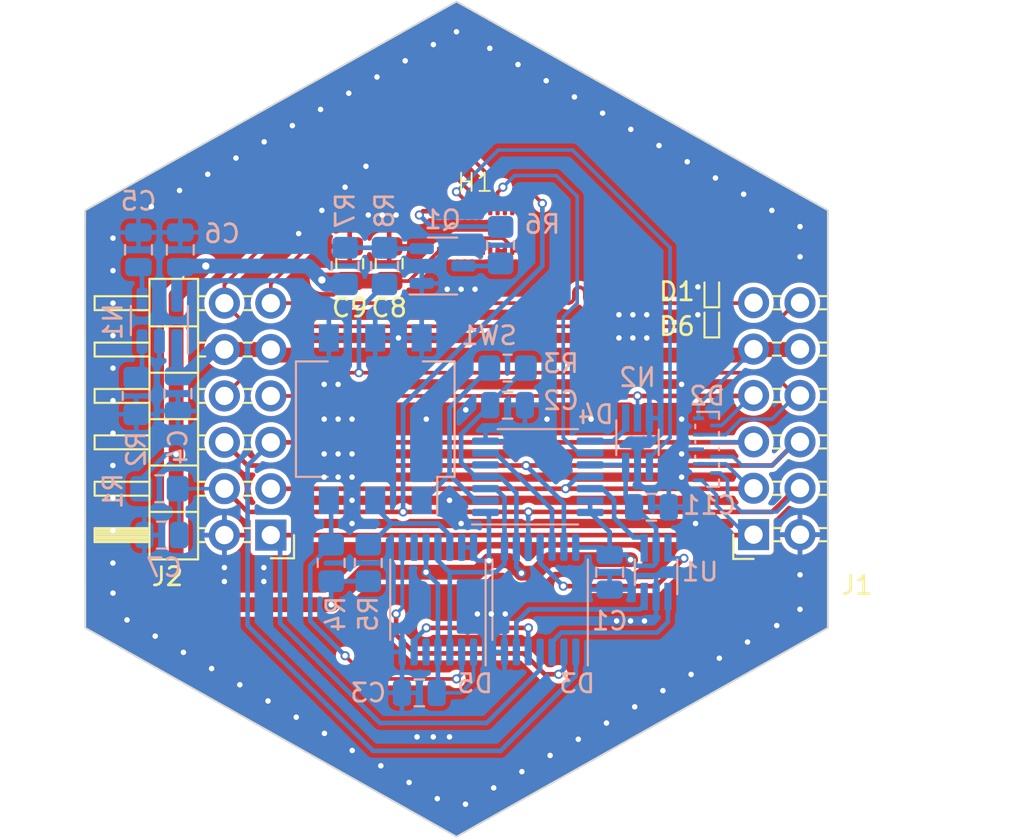
<source format=kicad_pcb>
(kicad_pcb (version 20221018) (generator pcbnew)
  (layers (0 "F.Cu" signal) (31 "B.Cu" signal) (34 "B.Paste" user) (35 "F.Paste" user) (36 "B.SilkS" user "B.Silkscreen") (37 "F.SilkS" user "F.Silkscreen") (38 "B.Mask" user) (39 "F.Mask" user) (44 "Edge.Cuts" user))
  (net 0 "")
  (net 1 "VCC")
  (net 2 "GND")
  (net 3 "+3V3")
  (net 4 "Net-(N1-BYP)")
  (net 5 "_RST_BUS")
  (net 6 "MOSI_BUS")
  (net 7 "SYN_BUS")
  (net 8 "CS0")
  (net 9 "CS1")
  (net 10 "CS2")
  (net 11 "BL_BUS")
  (net 12 "DC_BUS")
  (net 13 "Net-(D4A-~{Q})")
  (net 14 "Net-(D3-Pad6)")
  (net 15 "Net-(D5B-~{Q})")
  (net 16 "Net-(D3-Pad11)")
  (net 17 "Net-(D5A-~{Q})")
  (net 18 "Net-(D4A-D)")
  (net 19 "Net-(D4B-~{Q})")
  (net 20 "_CS")
  (net 21 "Net-(D4B-D)")
  (net 22 "Net-(D5A-D)")
  (net 25 "Net-(D5B-D)")
  (net 26 "SCL_BUS")
  (net 27 "LEDK")
  (net 28 "DC")
  (net 36 "Net-(Q1-B)")
  (net 37 "Net-(Q1-C)")
  (net 38 "Net-(N1-EN)")
  (net 39 "Net-(D3-Pad3)")
  (net 40 "Net-(D4A-C)")
  (footprint "Capacitor_SMD:C_0805_2012Metric" (layer "F.Cu") (at 136.017 81.661 90)
    (fp_text reference "C8")
    (fp_text value "100u")
  )
  (footprint "Connector_PinSocket_2.54mm:PinSocket_2x06_P2.54mm_Horizontal" (layer "F.Cu") (at 155.956 96.495 180)
    (fp_text reference "J1")
    (fp_text value "Conn_02x06_Counter_Clockwise")
  )
  (footprint "Diode_SMD:D_SOD-923" (layer "F.Cu") (at 153.67 83.185 90)
    (fp_text reference "D1")
    (fp_text value "ESD7351XV2T1G")
  )
  (footprint "Diode_SMD:D_SOD-923" (layer "F.Cu") (at 153.67 84.836 90)
    (fp_text reference "D6")
    (fp_text value "ESD7351XV2T1G")
  )
  (footprint "Display:ER_TFT128-2" (layer "F.Cu") (at 139.7 90.17)
    (fp_text reference "H1")
    (fp_text value "~")
  )
  (footprint "Connector_PinHeader_2.54mm:PinHeader_2x06_P2.54mm_Horizontal" (layer "F.Cu") (at 129.54 96.52 180)
    (fp_text reference "J2")
    (fp_text value "Conn_02x06_Counter_Clockwise")
  )
  (footprint "Capacitor_SMD:C_0805_2012Metric" (layer "F.Cu") (at 133.858 81.661 90)
    (fp_text reference "C9")
    (fp_text value "1u")
  )
  (footprint "Package_TO_SOT_SMD:SOT-363_SC-70-6_Handsoldering" (layer "B.Cu") (at 150.622 98.552 90)
    (fp_text reference "U1")
    (fp_text value "74LVC1G10")
  )
  (footprint "Capacitor_SMD:C_0805_2012Metric" (layer "B.Cu") (at 124.46 88.773 -90)
    (fp_text reference "C4")
    (fp_text value "100u")
  )
  (footprint "Package_SO:TSSOP-14_4.4x5mm_P0.65mm" (layer "B.Cu") (at 144.15 93.3265)
    (fp_text reference "D4")
    (fp_text value "74LVC74")
  )
  (footprint "Resistor_SMD:R_0805_2012Metric_Pad1.20x1.40mm_HandSolder" (layer "B.Cu") (at 135.763 81.788 90)
    (fp_text reference "R8")
    (fp_text value "1k")
  )
  (footprint "Resistor_SMD:R_0805_2012Metric_Pad1.20x1.40mm_HandSolder" (layer "B.Cu") (at 133.604 81.788 90)
    (fp_text reference "R7")
    (fp_text value "10k")
  )
  (footprint "Capacitor_SMD:C_0805_2012Metric" (layer "B.Cu") (at 124.587 80.899 90)
    (fp_text reference "C6")
    (fp_text value "1u")
  )
  (footprint "Package_TO_SOT_SMD:SOT-23-5" (layer "B.Cu") (at 123.444 84.7725 90)
    (fp_text reference "N1")
    (fp_text value "RT9193-33")
  )
  (footprint "Capacitor_SMD:C_0805_2012Metric" (layer "B.Cu") (at 142.494 89.408)
    (fp_text reference "C2")
    (fp_text value "100n")
  )
  (footprint "Package_TO_SOT_SMD:SOT-23-3" (layer "B.Cu") (at 138.938 81.788)
    (fp_text reference "Q1")
    (fp_text value "2N3904")
  )
  (footprint "Capacitor_SMD:C_0805_2012Metric" (layer "B.Cu") (at 148.082 98.552 -90)
    (fp_text reference "C1")
    (fp_text value "100n")
  )
  (footprint "Capacitor_SMD:C_0805_2012Metric" (layer "B.Cu") (at 122.301 80.899 90)
    (fp_text reference "C5")
    (fp_text value "22n")
  )
  (footprint "Button_Switch_SMD:SW_DIP_SPSTx03_Slide_Omron_A6S-310x_W8.9mm_P2.54mm" (layer "B.Cu") (at 135.255 90.17 90)
    (fp_text reference "SW1")
    (fp_text value "SW_DIP_x03")
  )
  (footprint "Resistor_SMD:R_0805_2012Metric_Pad1.20x1.40mm_HandSolder" (layer "B.Cu") (at 142.113 80.645 -90)
    (fp_text reference "R6")
    (fp_text value "10R")
  )
  (footprint "Package_SO:TSSOP-14_4.4x5mm_P0.65mm" (layer "B.Cu") (at 144.277 100.0575 90)
    (fp_text reference "D3")
    (fp_text value "74LVC86")
  )
  (footprint "Resistor_SMD:R_0805_2012Metric_Pad1.20x1.40mm_HandSolder" (layer "B.Cu") (at 122.174 88.9 -90)
    (fp_text reference "R2")
    (fp_text value "10k")
  )
  (footprint "Package_SO:TSSOP-14_4.4x5mm_P0.65mm" (layer "B.Cu") (at 138.684 100.0575 90)
    (fp_text reference "D5")
    (fp_text value "74LVC74")
  )
  (footprint "Capacitor_SMD:C_0805_2012Metric" (layer "B.Cu") (at 123.571 96.52 180)
    (fp_text reference "C7")
    (fp_text value "1u")
  )
  (footprint "Package_TO_SOT_SMD:SOT-353_SC-70-5_Handsoldering" (layer "B.Cu") (at 149.606 91.44 -90)
    (fp_text reference "N2")
    (fp_text value "74LVC1G126")
  )
  (footprint "Resistor_SMD:R_0805_2012Metric_Pad1.20x1.40mm_HandSolder" (layer "B.Cu") (at 134.874 98.044 -90)
    (fp_text reference "R4")
    (fp_text value "10k")
  )
  (footprint "Capacitor_SMD:C_0805_2012Metric" (layer "B.Cu") (at 150.368 94.996)
    (fp_text reference "C11")
    (fp_text value "220n")
  )
  (footprint "Capacitor_SMD:C_0805_2012Metric" (layer "B.Cu") (at 137.668 105.156 180)
    (fp_text reference "C3")
    (fp_text value "100n")
  )
  (footprint "Package_DFN_QFN:UDFN-9_1.0x3.8mm_P0.5mm" (layer "B.Cu") (at 153.416 91.821)
    (fp_text reference "D2")
    (fp_text value "DT1240A-08LP3810")
  )
  (footprint "Resistor_SMD:R_0805_2012Metric_Pad1.20x1.40mm_HandSolder" (layer "B.Cu") (at 142.494 87.376 180)
    (fp_text reference "R3")
    (fp_text value "10k")
  )
  (footprint "Resistor_SMD:R_0805_2012Metric_Pad1.20x1.40mm_HandSolder" (layer "B.Cu") (at 132.842 98.044 90)
    (fp_text reference "R5")
    (fp_text value "10k")
  )
  (footprint "Resistor_SMD:R_0805_2012Metric_Pad1.20x1.40mm_HandSolder" (layer "B.Cu") (at 123.444 93.98)
    (fp_text reference "R1")
    (fp_text value "10k")
  )
  (gr_poly (pts (xy 139.7 67.31) (xy 119.38 78.74) (xy 119.390182 101.6) (xy 139.7 113.03) (xy 160.02 101.6) (xy 160.02 78.74)) (stroke (width 0.1)) (fill none) (layer "Edge.Cuts"))
  (segment (start 142.25432 80.264) (end 142.75 80.75968) (width 0.2) (layer "F.Cu") (net 1))
  (segment (start 140.843 98.552) (end 141.478 97.917) (width 0.8128) (layer "F.Cu") (net 1))
  (segment (start 143.15 80.955) (end 143.15 78.785) (width 0.2) (layer "F.Cu") (net 1))
  (segment (start 139.15 80.76584) (end 139.65184 80.264) (width 0.2) (layer "F.Cu") (net 1))
  (segment (start 142.75 78.785) (end 143.15 78.785) (width 0.2) (layer "F.Cu") (net 1))
  (segment (start 132.842 100.33) (end 126.43 100.33) (width 0.8128) (layer "F.Cu") (net 1))
  (segment (start 132.842 100.33) (end 134.62 98.552) (width 0.8128) (layer "F.Cu") (net 1))
  (segment (start 142.5702 97.917) (end 143.256 98.6028) (width 0.8128) (layer "F.Cu") (net 1))
  (segment (start 133.797 82.55) (end 132.333964 82.55) (width 0.8128) (layer "F.Cu") (net 1))
  (segment (start 124.358396 92.1004) (end 124.3584 92.100404) (width 0.8128) (layer "F.Cu") (net 1))
  (segment (start 124.358396 83.413604) (end 124.358396 92.1004) (width 0.8128) (layer "F.Cu") (net 1))
  (segment (start 142.75 80.955) (end 143.15 80.955) (width 0.2) (layer "F.Cu") (net 1))
  (segment (start 144.754624 97.866176) (end 144.018 98.6028) (width 0.8128) (layer "F.Cu") (net 1))
  (segment (start 133.858 82.611) (end 136.017 82.611) (width 0.8128) (layer "F.Cu") (net 1))
  (segment (start 138.75 80.955) (end 137.094 82.611) (width 0.2) (layer "F.Cu") (net 1))
  (segment (start 139.15 80.955) (end 139.15 80.76584) (width 0.2) (layer "F.Cu") (net 1))
  (segment (start 138.75 80.955) (end 139.15 80.955) (width 0.2) (layer "F.Cu") (net 1))
  (segment (start 149.225 97.866176) (end 144.754624 97.866176) (width 0.8128) (layer "F.Cu") (net 1))
  (segment (start 137.094 82.611) (end 136.017 82.611) (width 0.2) (layer "F.Cu") (net 1))
  (segment (start 142.75 80.75968) (end 142.75 80.955) (width 0.2) (layer "F.Cu") (net 1))
  (segment (start 125.984 81.788) (end 124.358396 83.413604) (width 0.8128) (layer "F.Cu") (net 1))
  (segment (start 144.018 98.6028) (end 143.256 98.6028) (width 0.8128) (layer "F.Cu") (net 1))
  (segment (start 126.43 100.33) (end 124.3584 98.2584) (width 0.8128) (layer "F.Cu") (net 1))
  (segment (start 133.858 82.611) (end 133.797 82.55) (width 0.8128) (layer "F.Cu") (net 1))
  (segment (start 138.034 98.552) (end 140.843 98.552) (width 0.8128) (layer "F.Cu") (net 1))
  (segment (start 124.3584 98.2584) (end 124.3584 92.100404) (width 0.8128) (layer "F.Cu") (net 1))
  (segment (start 141.478 97.917) (end 142.5702 97.917) (width 0.8128) (layer "F.Cu") (net 1))
  (segment (start 139.65184 80.264) (end 142.25432 80.264) (width 0.2) (layer "F.Cu") (net 1))
  (segment (start 134.62 98.552) (end 138.034 98.552) (width 0.8128) (layer "F.Cu") (net 1))
  (via (at 132.842 100.33) (size 0.5) (drill 0.3) (layers "F.Cu" "B.Cu") (net 1))
  (via (at 124.3584 92.100404) (size 0.5) (drill 0.3) (layers "F.Cu" "B.Cu") (net 1))
  (via (at 143.256 98.6028) (size 0.5) (drill 0.3) (layers "F.Cu" "B.Cu") (net 1))
  (via (at 149.225 97.866176) (size 0.5) (drill 0.3) (layers "F.Cu" "B.Cu") (net 1))
  (via (at 132.333964 82.55) (size 0.8) (drill 0.4) (layers "F.Cu" "B.Cu") (net 1))
  (via (at 138.034 98.552) (size 0.5) (drill 0.3) (layers "F.Cu" "B.Cu") (net 1))
  (via (at 141.478 97.917) (size 0.5) (drill 0.3) (layers "F.Cu" "B.Cu") (net 1))
  (via (at 125.984 81.788) (size 0.8) (drill 0.4) (layers "F.Cu" "B.Cu") (net 1))
  (segment (start 150.467 98.199) (end 150.622 98.044) (width 0.254) (layer "B.Cu") (net 1))
  (segment (start 148.082 97.602) (end 148.960824 97.602) (width 0.254) (layer "B.Cu") (net 1))
  (segment (start 148.8625 92.6765) (end 148.956 92.77) (width 0.254) (layer "B.Cu") (net 1))
  (segment (start 141.478 97.917) (end 141.478 95.467) (width 0.254) (layer "B.Cu") (net 1))
  (segment (start 147.0125 92.6765) (end 148.8625 92.6765) (width 0.254) (layer "B.Cu") (net 1))
  (segment (start 142.0945 93.3265) (end 141.2875 93.3265) (width 0.254) (layer "B.Cu") (net 1))
  (segment (start 140.634 102.92) (end 140.634 104.476) (width 0.2) (layer "B.Cu") (net 1))
  (segment (start 138.684 102.92) (end 138.684 105.09) (width 0.254) (layer "B.Cu") (net 1))
  (segment (start 142.977 97.195) (end 142.977 94.209) (width 0.254) (layer "B.Cu") (net 1))
  (segment (start 140.634 97.195) (end 139.984 97.195) (width 0.254) (layer "B.Cu") (net 1))
  (segment (start 138.034 97.195) (end 138.034 98.552) (width 0.254) (layer "B.Cu") (net 1))
  (segment (start 124.394 83.635) (end 124.394 82.042) (width 0.6096) (layer "B.Cu") (net 1))
  (segment (start 149.225 97.866176) (end 149.557824 98.199) (width 0.254) (layer "B.Cu") (net 1))
  (segment (start 138.684 105.09) (end 138.618 105.156) (width 0.254) (layer "B.Cu") (net 1))
  (segment (start 141.544 89.408) (end 141.544 89.326) (width 0.254) (layer "B.Cu") (net 1))
  (segment (start 140.843 97.917) (end 141.478 97.917) (width 0.254) (layer "B.Cu") (net 1))
  (segment (start 149.557824 98.199) (end 150.467 98.199) (width 0.254) (layer "B.Cu") (net 1))
  (segment (start 143.3068 98.6028) (end 143.256 98.552) (width 0.254) (layer "B.Cu") (net 1))
  (segment (start 122.444 93.456) (end 123.799596 92.100404) (width 0.254) (layer "B.Cu") (net 1))
  (segment (start 148.082 97.602) (end 148.082 96.346) (width 0.254) (layer "B.Cu") (net 1))
  (segment (start 149.418 94.996) (end 148.956 94.534) (width 0.254) (layer "B.Cu") (net 1))
  (segment (start 143.256 98.552) (end 143.256 98.6028) (width 0.254) (layer "B.Cu") (net 1))
  (segment (start 141.478 95.467) (end 141.2875 95.2765) (width 0.254) (layer "B.Cu") (net 1))
  (segment (start 148.956 94.534) (end 148.956 92.77) (width 0.254) (layer "B.Cu") (net 1))
  (segment (start 150.622 97.222) (end 150.622 96.139) (width 0.254) (layer "B.Cu") (net 1))
  (segment (start 134.874 99.044) (end 132.842 99.044) (width 0.254) (layer "B.Cu") (net 1))
  (segment (start 139.954 92.542948) (end 140.737552 93.3265) (width 0.254) (layer "B.Cu") (net 1))
  (segment (start 132.333964 82.55) (end 131.571964 81.788) (width 0.8128) (layer "B.Cu") (net 1))
  (segment (start 150.622 98.044) (end 150.622 97.222) (width 0.254) (layer "B.Cu") (net 1))
  (segment (start 131.571964 81.788) (end 125.984 81.788) (width 0.8128) (layer "B.Cu") (net 1))
  (segment (start 140.634 97.195) (end 140.634 97.708) (width 0.254) (layer "B.Cu") (net 1))
  (segment (start 148.082 97.602) (end 147.675 97.195) (width 0.254) (layer "B.Cu") (net 1))
  (segment (start 124.394 82.042) (end 124.587 81.849) (width 0.6096) (layer "B.Cu") (net 1))
  (segment (start 147.675 97.195) (end 146.227 97.195) (width 0.254) (layer "B.Cu") (net 1))
  (segment (start 125.984 81.788) (end 124.648 81.788) (width 0.8128) (layer "B.Cu") (net 1))
  (segment (start 140.634 104.476) (end 139.954 105.156) (width 0.2) (layer "B.Cu") (net 1))
  (segment (start 150.622 96.139) (end 149.479 94.996) (width 0.254) (layer "B.Cu") (net 1))
  (segment (start 142.977 98.273) (end 143.256 98.552) (width 0.254) (layer "B.Cu") (net 1))
  (segment (start 142.977 94.209) (end 142.0945 93.3265) (width 0.254) (layer "B.Cu") (net 1))
  (segment (start 148.960824 97.602) (end 149.225 97.866176) (width 0.254) (layer "B.Cu") (net 1))
  (segment (start 132.842 99.044) (end 132.842 100.33) (width 0.254) (layer "B.Cu") (net 1))
  (segment (start 133.604 82.788) (end 132.571964 82.788) (width 0.8128) (layer "B.Cu") (net 1))
  (segment (start 124.648 81.788) (end 124.587 81.849) (width 0.8128) (layer "B.Cu") (net 1))
  (segment (start 140.737552 93.3265) (end 141.2875 93.3265) (width 0.254) (layer "B.Cu") (net 1))
  (segment (start 141.544 89.408) (end 139.954 90.998) (width 0.254) (layer "B.Cu") (net 1))
  (segment (start 122.444 93.98) (end 122.444 93.456) (width 0.254) (layer "B.Cu") (net 1))
  (segment (start 123.799596 92.100404) (end 124.3584 92.100404) (width 0.254) (layer "B.Cu") (net 1))
  (segment (start 147.0125 94.6265) (end 147.0125 95.2765) (width 0.254) (layer "B.Cu") (net 1))
  (segment (start 141.544 89.326) (end 143.494 87.376) (width 0.254) (layer "B.Cu") (net 1))
  (segment (start 138.034 98.552) (end 138.684 99.202) (width 0.254) (layer "B.Cu") (net 1))
  (segment (start 142.977 97.195) (end 142.977 98.273) (width 0.254) (layer "B.Cu") (net 1))
  (segment (start 139.954 105.156) (end 138.618 105.156) (width 0.2) (layer "B.Cu") (net 1))
  (segment (start 148.082 96.346) (end 147.0125 95.2765) (width 0.254) (layer "B.Cu") (net 1))
  (segment (start 139.954 90.998) (end 139.954 92.542948) (width 0.254) (layer "B.Cu") (net 1))
  (segment (start 149.479 94.996) (end 149.418 94.996) (width 0.254) (layer "B.Cu") (net 1))
  (segment (start 143.256 98.6028) (end 143.3068 98.6028) (width 0.254) (layer "B.Cu") (net 1))
  (segment (start 132.571964 82.788) (end 132.333964 82.55) (width 0.8128) (layer "B.Cu") (net 1))
  (segment (start 140.634 97.708) (end 140.843 97.917) (width 0.254) (layer "B.Cu") (net 1))
  (segment (start 138.684 99.202) (end 138.684 102.92) (width 0.254) (layer "B.Cu") (net 1))
  (segment (start 140.716 83.058) (end 141.95 81.824) (width 0.254) (layer "F.Cu") (net 2))
  (segment (start 138.98008 79.756) (end 139.55 79.18608) (width 0.2) (layer "F.Cu") (net 2))
  (segment (start 141.95 81.824) (end 141.95 80.955) (width 0.254) (layer "F.Cu") (net 2))
  (segment (start 153.074 82.765) (end 152.908 82.931) (width 0.254) (layer "F.Cu") (net 2))
  (segment (start 153.67 84.416) (end 152.947 84.416) (width 0.254) (layer "F.Cu") (net 2))
  (segment (start 136.398 78.994) (end 137.16 79.756) (width 0.2) (layer "F.Cu") (net 2))
  (segment (start 139.55 79.18608) (end 139.55 78.785) (width 0.2) (layer "F.Cu") (net 2))
  (segment (start 152.947 84.416) (end 152.908 84.455) (width 0.254) (layer "F.Cu") (net 2))
  (segment (start 142.35 80.955) (end 141.95 80.955) (width 0.2) (layer "F.Cu") (net 2))
  (segment (start 139.55 78.785) (end 139.95 78.785) (width 0.2) (layer "F.Cu") (net 2))
  (segment (start 153.67 82.765) (end 153.074 82.765) (width 0.254) (layer "F.Cu") (net 2))
  (segment (start 137.16 79.756) (end 138.98008 79.756) (width 0.2) (layer "F.Cu") (net 2))
  (via (at 120.904 85.598) (size 0.5) (drill 0.3) (layers "F.Cu" "B.Cu") (net 2))
  (via (at 126.301816 103.826682) (size 0.5) (drill 0.3) (layers "F.Cu" "B.Cu") (net 2))
  (via (at 136.892738 70.550537) (size 0.5) (drill 0.3) (layers "F.Cu" "B.Cu") (net 2))
  (via (at 137.106624 110.062559) (size 0.5) (drill 0.3) (layers "F.Cu" "B.Cu") (net 2))
  (via (at 158.5 81.28) (size 0.5) (drill 0.3) (layers "F.Cu" "B.Cu") (net 2))
  (via (at 138.65 110.95) (size 0.5) (drill 0.3) (layers "F.Cu" "B.Cu") (net 2))
  (via (at 150.783121 75.191794) (size 0.5) (drill 0.3) (layers "F.Cu" "B.Cu") (net 2))
  (via (at 143.27895 109.472742) (size 0.5) (drill 0.3) (layers "F.Cu" "B.Cu") (net 2))
  (via (at 140.192198 111.252) (size 0.5) (drill 0.3) (layers "F.Cu" "B.Cu") (net 2))
  (via (at 133.985 92.075) (size 0.5) (drill 0.3) (layers "F.Cu" "B.Cu") (net 2))
  (via (at 143.066241 70.754589) (size 0.5) (drill 0.3) (layers "F.Cu" "B.Cu") (net 2))
  (via (at 127 99.06) (size 0.5) (drill 0.3) (layers "F.Cu" "B.Cu") (net 2))
  (via (at 133.223 90.17) (size 0.5) (drill 0.3) (layers "F.Cu" "B.Cu") (net 2))
  (via (at 129.159 99.06) (size 0.5) (drill 0.3) (layers "F.Cu" "B.Cu") (net 2))
  (via (at 123.215064 102.0518) (size 0.5) (drill 0.3) (layers "F.Cu" "B.Cu") (net 2))
  (via (at 120.9 94.489497) (size 0.5) (drill 0.3) (layers "F.Cu" "B.Cu") (net 2))
  (via (at 147.696369 73.416912) (size 0.5) (drill 0.3) (layers "F.Cu" "B.Cu") (net 2))
  (via (at 139.954 83.058) (size 0.5) (drill 0.3) (layers "F.Cu" "B.Cu") (net 2))
  (via (at 120.904 87.378326) (size 0.5) (drill 0.3) (layers "F.Cu" "B.Cu") (net 2))
  (via (at 155.625957 102.373213) (size 0.5) (drill 0.3) (layers "F.Cu" "B.Cu") (net 2))
  (via (at 139.319 107.569) (size 0.5) (drill 0.3) (layers "F.Cu" "B.Cu") (net 2))
  (via (at 154.082581 103.260654) (size 0.5) (drill 0.3) (layers "F.Cu" "B.Cu") (net 2))
  (via (at 150.114 85.725) (size 0.5) (drill 0.3) (layers "F.Cu" "B.Cu") (net 2))
  (via (at 139.7 68.961) (size 0.5) (drill 0.3) (layers "F.Cu" "B.Cu") (net 2))
  (via (at 152.019 90.17) (size 0.5) (drill 0.3) (layers "F.Cu" "B.Cu") (net 2))
  (via (at 138.43 107.569) (size 0.5) (drill 0.3) (layers "F.Cu" "B.Cu") (net 2))
  (via (at 152.019 93.345) (size 0.5) (drill 0.3) (layers "F.Cu" "B.Cu") (net 2))
  (via (at 135.349362 71.437978) (size 0.5) (drill 0.3) (layers "F.Cu" "B.Cu") (net 2))
  (via (at 127 98.298) (size 0.5) (drill 0.3) (layers "F.Cu" "B.Cu") (net 2))
  (via (at 132.461 88.265) (size 0.5) (drill 0.3) (layers "F.Cu" "B.Cu") (net 2))
  (via (at 134.747 76.327) (size 0.5) (drill 0.3) (layers "F.Cu" "B.Cu") (net 2))
  (via (at 148.59 85.725) (size 0.5) (drill 0.3) (layers "F.Cu" "B.Cu") (net 2))
  (via (at 141.735574 110.360183) (size 0.5) (drill 0.3) (layers "F.Cu" "B.Cu") (net 2))
  (via (at 120.904 83.82) (size 0.5) (drill 0.3) (layers "F.Cu" "B.Cu") (net 2))
  (via (at 149.239745 74.304353) (size 0.5) (drill 0.3) (layers "F.Cu" "B.Cu") (net 2))
  (via (at 141.522866 69.867148) (size 0.5) (drill 0.3) (layers "F.Cu" "B.Cu") (net 2))
  (via (at 139.192 83.058) (size 0.5) (drill 0.3) (layers "F.Cu" "B.Cu") (net 2))
  (via (at 130.719234 74.100301) (size 0.5) (drill 0.3) (layers "F.Cu" "B.Cu") (net 2))
  (via (at 140.716 83.058) (size 0.5) (drill 0.3) (layers "F.Cu" "B.Cu") (net 2))
  (via (at 158.5 79.629) (size 0.5) (drill 0.3) (layers "F.Cu" "B.Cu") (net 2))
  (via (at 138.049 90.17) (size 0.5) (drill 0.3) (layers "F.Cu" "B.Cu") (net 2))
  (via (at 149.352 85.725) (size 0.5) (drill 0.3) (layers "F.Cu" "B.Cu") (net 2))
  (via (at 140.208 89.662) (size 0.5) (drill 0.3) (layers "F.Cu" "B.Cu") (net 2))
  (via (at 127.632483 75.875183) (size 0.5) (drill 0.3) (layers "F.Cu" "B.Cu") (net 2))
  (via (at 120.904 82.039674) (size 0.5) (drill 0.3) (layers "F.Cu" "B.Cu") (net 2))
  (via (at 149.987 101.219) (size 0.5) (drill 0.3) (layers "F.Cu" "B.Cu") (net 2))
  (via (at 129.159 98.298) (size 0.5) (drill 0.3) (layers "F.Cu" "B.Cu") (net 2))
  (via (at 152.908 84.455) (size 0.5) (drill 0.3) (layers "F.Cu" "B.Cu") (net 2))
  (via (at 152.019 88.265) (size 0.5) (drill 0.3) (layers "F.Cu" "B.Cu") (net 2))
  (via (at 123.002355 78.537507) (size 0.5) (drill 0.3) (layers "F.Cu" "B.Cu") (net 2))
  (via (at 129.388567 105.601564) (size 0.5) (drill 0.3) (layers "F.Cu" "B.Cu") (net 2))
  (via (at 140.843 100.838) (size 0.5) (drill 0.3) (layers "F.Cu" "B.Cu") (net 2))
  (via (at 133.223 88.265) (size 0.5) (drill 0.3) (layers "F.Cu" "B.Cu") (net 2))
  (via (at 148.463 101.219) (size 0.5) (drill 0.3) (layers "F.Cu" "B.Cu") (net 2))
  (via (at 120.904 90.938978) (size 0.5) (drill 0.3) (layers "F.Cu" "B.Cu") (net 2))
  (via (at 133.985 93.345) (size 0.5) (drill 0.3) (layers "F.Cu" "B.Cu") (net 2))
  (via (at 120.9 92.709171) (size 0.5) (drill 0.3) (layers "F.Cu" "B.Cu") (net 2))
  (via (at 141.605 100.838) (size 0.5) (drill 0.3) (layers "F.Cu" "B.Cu") (net 2))
  (via (at 132.461 90.17) (size 0.5) (drill 0.3) (layers "F.Cu" "B.Cu") (net 2))
  (via (at 131.064 80.01) (size 0.5) (drill 0.3) (layers "F.Cu" "B.Cu") (net 2))
  (via (at 134.874 78.994) (size 0.5) (drill 0.3) (layers "F.Cu" "B.Cu") (net 2))
  (via (at 138.436114 69.663096) (size 0.5) (drill 0.3) (layers "F.Cu" "B.Cu") (net 2))
  (via (at 120.904 80.259348) (size 0.5) (drill 0.3) (layers "F.Cu" "B.Cu") (net 2))
  (via (at 126.089107 76.762625) (size 0.5) (drill 0.3) (layers "F.Cu" "B.Cu") (net 2))
  (via (at 133.604 77.47) (size 0.5) (drill 0.3) (layers "F.Cu" "B.Cu") (net 2))
  (via (at 133.223 92.075) (size 0.5) (drill 0.3) (layers "F.Cu" "B.Cu") (net 2))
  (via (at 152.326496 76.079235) (size 0.5) (drill 0.3) (layers "F.Cu" "B.Cu") (net 2))
  (via (at 132.475319 107.376446) (size 0.5) (drill 0.3) (layers "F.Cu" "B.Cu") (net 2))
  (via (at 124.75844 102.939241) (size 0.5) (drill 0.3) (layers "F.Cu" "B.Cu") (net 2))
  (via (at 158.496 100.584) (size 0.5) (drill 0.3) (layers "F.Cu" "B.Cu") (net 2))
  (via (at 133.223 93.345) (size 0.5) (drill 0.3) (layers "F.Cu" "B.Cu") (net 2))
  (via (at 147.066 90.17) (size 0.5) (drill 0.3) (layers "F.Cu" "B.Cu") (net 2))
  (via (at 132.26261 73.21286) (size 0.5) (drill 0.3) (layers "F.Cu" "B.Cu") (net 2))
  (via (at 136.398 78.994) (size 0.5) (drill 0.3) (layers "F.Cu" "B.Cu") (net 2))
  (via (at 147.909078 106.810418) (size 0.5) (drill 0.3) (layers "F.Cu" "B.Cu") (net 2))
  (via (at 133.985 90.17) (size 0.5) (drill 0.3) (layers "F.Cu" "B.Cu") (net 2))
  (via (at 158.5 98.694947) (size 0.5) (drill 0.3) (layers "F.Cu" "B.Cu") (net 2))
  (via (at 133.994553 108.31123) (size 0.5) (drill 0.3) (layers "F.Cu" "B.Cu") (net 2))
  (via (at 135.562071 109.151329) (size 0.5) (drill 0.3) (layers "F.Cu" "B.Cu") (net 2))
  (via (at 150.114 84.455) (size 0.5) (drill 0.3) (layers "F.Cu" "B.Cu") (net 2))
  (via (at 144.609617 71.64203) (size 0.5) (drill 0.3) (layers "F.Cu" "B.Cu") (net 2))
  (via (at 124.545731 77.650066) (size 0.5) (drill 0.3) (layers "F.Cu" "B.Cu") (net 2))
  (via (at 137.541 107.569) (size 0.5) (drill 0.3) (layers "F.Cu" "B.Cu") (net 2))
  (via (at 139.954 95.885) (size 0.5) (drill 0.3) (layers "F.Cu" "B.Cu") (net 2))
  (via (at 152.019 92.075) (size 0.5) (drill 0.3) (layers "F.Cu" "B.Cu") (net 2))
  (via (at 155.413248 77.854118) (size 0.5) (drill 0.3) (layers "F.Cu" "B.Cu") (net 2))
  (via (at 132.334 78.74) (size 0.5) (drill 0.3) (layers "F.Cu" "B.Cu") (net 2))
  (via (at 150.995829 105.035536) (size 0.5) (drill 0.3) (layers "F.Cu" "B.Cu") (net 2))
  (via (at 121.671688 101.164359) (size 0.5) (drill 0.3) (layers "F.Cu" "B.Cu") (net 2))
  (via (at 152.908 82.931) (size 0.5) (drill 0.3) (layers "F.Cu" "B.Cu") (net 2))
  (via (at 152.781 95.885) (size 0.5) (drill 0.3) (layers "F.Cu" "B.Cu") (net 2))
  (via (at 148.59 84.455) (size 0.5) (drill 0.3) (layers "F.Cu" "B.Cu") (net 2))
  (via (at 133.805986 72.325419) (size 0.5) (drill 0.3) (layers "F.Cu" "B.Cu") (net 2))
  (via (at 157.226 101.473) (size 0.5) (drill 0.3) (layers "F.Cu" "B.Cu") (net 2))
  (via (at 146.365702 107.697859) (size 0.5) (drill 0.3) (layers "F.Cu" "B.Cu") (net 2))
  (via (at 127.845192 104.714123) (size 0.5) (drill 0.3) (layers "F.Cu" "B.Cu") (net 2))
  (via (at 132.461 92.075) (size 0.5) (drill 0.3) (layers "F.Cu" "B.Cu") (net 2))
  (via (at 144.822326 108.585301) (size 0.5) (drill 0.3) (layers "F.Cu" "B.Cu") (net 2))
  (via (at 135.636 78.994) (size 0.5) (drill 0.3) (layers "F.Cu" "B.Cu") (net 2))
  (via (at 130.931943 106.489005) (size 0.5) (drill 0.3) (layers "F.Cu" "B.Cu") (net 2))
  (via (at 133.985 95.885) (size 0.5) (drill 0.3) (layers "F.Cu" "B.Cu") (net 2))
  (via (at 149.225 101.219) (size 0.5) (drill 0.3) (layers "F.Cu" "B.Cu") (net 2))
  (via (at 146.152993 72.529471) (size 0.5) (drill 0.3) (layers "F.Cu" "B.Cu") (net 2))
  (via (at 149.352 84.455) (size 0.5) (drill 0.3) (layers "F.Cu" "B.Cu") (net 2))
  (via (at 136.525 85.725) (size 0.5) (drill 0.3) (layers "F.Cu" "B.Cu") (net 2))
  (via (at 149.452453 105.922977) (size 0.5) (drill 0.3) (layers "F.Cu" "B.Cu") (net 2))
  (via (at 142.367 100.838) (size 0.5) (drill 0.3) (layers "F.Cu" "B.Cu") (net 2))
  (via (at 152.539205 104.148095) (size 0.5) (drill 0.3) (layers "F.Cu" "B.Cu") (net 2))
  (via (at 156.956624 78.741559) (size 0.5) (drill 0.3) (layers "F.Cu" "B.Cu") (net 2))
  (via (at 120.904 99.695) (size 0.5) (drill 0.3) (layers "F.Cu" "B.Cu") (net 2))
  (via (at 133.985 94.615) (size 0.5) (drill 0.3) (layers "F.Cu" "B.Cu") (net 2))
  (via (at 153.869872 76.966677) (size 0.5) (drill 0.3) (layers "F.Cu" "B.Cu") (net 2))
  (via (at 129.175859 74.987742) (size 0.5) (drill 0.3) (layers "F.Cu" "B.Cu") (net 2))
  (via (at 144.653 90.17) (size 0.5) (drill 0.3) (layers "F.Cu" "B.Cu") (net 2))
  (via (at 120.9 98.050149) (size 0.5) (drill 0.3) (layers "F.Cu" "B.Cu") (net 2))
  (via (at 120.9 96.269823) (size 0.5) (drill 0.3) (layers "F.Cu" "B.Cu") (net 2))
  (via (at 132.461 93.345) (size 0.5) (drill 0.3) (layers "F.Cu" "B.Cu") (net 2))
  (via (at 139.319 94.615) (size 0.5) (drill 0.3) (layers "F.Cu" "B.Cu") (net 2))
  (via (at 120.904 89.158652) (size 0.5) (drill 0.3) (layers "F.Cu" "B.Cu") (net 2))
  (segment (start 152.019 92.075) (end 152.273 91.821) (width 0.2) (layer "B.Cu") (net 2))
  (segment (start 152.273 91.821) (end 152.941 91.821) (width 0.2) (layer "B.Cu") (net 2))
  (segment (start 155.956 86.36) (end 155.6512 86.6648) (width 0.8128) (layer "F.Cu") (net 3))
  (segment (start 158.242 86.36) (end 155.956 86.36) (width 0.8128) (layer "F.Cu") (net 3))
  (segment (start 129.8448 86.6648) (end 129.54 86.36) (width 0.8128) (layer "F.Cu") (net 3))
  (segment (start 127 86.36) (end 129.54 86.36) (width 0.8128) (layer "F.Cu") (net 3))
  (segment (start 155.6512 86.6648) (end 129.8448 86.6648) (width 0.8128) (layer "F.Cu") (net 3))
  (segment (start 124.46 87.823) (end 124.394 87.757) (width 0.6096) (layer "B.Cu") (net 3))
  (segment (start 124.394 87.757) (end 124.394 85.91) (width 0.6096) (layer "B.Cu") (net 3))
  (segment (start 155.702 86.614) (end 155.702 86.36) (width 0.2) (layer "B.Cu") (net 3))
  (segment (start 124.902 87.823) (end 124.46 87.823) (width 0.8128) (layer "B.Cu") (net 3))
  (segment (start 126.365 86.36) (end 124.902 87.823) (width 0.8128) (layer "B.Cu") (net 3))
  (segment (start 152.941 89.375) (end 155.702 86.614) (width 0.2) (layer "B.Cu") (net 3))
  (segment (start 152.941 90.121) (end 152.941 89.375) (width 0.2) (layer "B.Cu") (net 3))
  (segment (start 127 86.36) (end 126.365 86.36) (width 0.8128) (layer "B.Cu") (net 3))
  (segment (start 122.494 82.042) (end 122.301 81.849) (width 0.254) (layer "B.Cu") (net 4))
  (segment (start 122.494 83.635) (end 122.494 82.042) (width 0.254) (layer "B.Cu") (net 4))
  (segment (start 143.637004 95.25) (end 143.637 95.249996) (width 0.254) (layer "F.Cu") (net 5))
  (segment (start 142.35 78.376) (end 142.875 77.851) (width 0.2) (layer "F.Cu") (net 5))
  (segment (start 127 93.98) (end 128.27 95.25) (width 0.254) (layer "F.Cu") (net 5))
  (segment (start 143.891002 77.851) (end 144.399001 78.358999) (width 0.2) (layer "F.Cu") (net 5))
  (segment (start 142.35 78.785) (end 142.35 78.376) (width 0.2) (layer "F.Cu") (net 5))
  (segment (start 143.764 95.25) (end 143.637004 95.25) (width 0.254) (layer "F.Cu") (net 5))
  (segment (start 158.242 93.98) (end 156.972 95.25) (width 0.254) (layer "F.Cu") (net 5))
  (segment (start 128.27 95.25) (end 136.778998 95.25) (width 0.254) (layer "F.Cu") (net 5))
  (segment (start 142.875 77.851) (end 143.891002 77.851) (width 0.2) (layer "F.Cu") (net 5))
  (segment (start 143.636996 95.25) (end 143.637 95.249996) (width 0.254) (layer "F.Cu") (net 5))
  (segment (start 156.972 95.25) (end 143.764 95.25) (width 0.254) (layer "F.Cu") (net 5))
  (segment (start 136.778998 95.25) (end 143.636996 95.25) (width 0.254) (layer "F.Cu") (net 5))
  (via (at 144.399 78.359) (size 0.5) (drill 0.3) (layers "F.Cu" "B.Cu") (net 5))
  (via (at 143.637 95.249996) (size 0.5) (drill 0.3) (layers "F.Cu" "B.Cu") (net 5))
  (via (at 136.778998 95.25) (size 0.5) (drill 0.3) (layers "F.Cu" "B.Cu") (net 5))
  (segment (start 154.5336 93.5228) (end 154.1318 93.121) (width 0.2) (layer "B.Cu") (net 5))
  (segment (start 155.2956 95.25) (end 154.5336 94.488) (width 0.2) (layer "B.Cu") (net 5))
  (segment (start 144.399002 78.359) (end 144.399 78.359) (width 0.254) (layer "B.Cu") (net 5))
  (segment (start 158.115 94.361) (end 157.226 95.25) (width 0.2) (layer "B.Cu") (net 5))
  (segment (start 144.399001 78.358999) (end 144.399002 78.359) (width 0.254) (layer "B.Cu") (net 5))
  (segment (start 158.115 93.98) (end 158.115 94.361) (width 0.2) (layer "B.Cu") (net 5))
  (segment (start 157.226 95.25) (end 155.2956 95.25) (width 0.2) (layer "B.Cu") (net 5))
  (segment (start 136.778998 89.408002) (end 136.778998 95.25) (width 0.254) (layer "B.Cu") (net 5))
  (segment (start 124.521 94.057) (end 124.444 93.98) (width 0.2) (layer "B.Cu") (net 5))
  (segment (start 124.444 93.98) (end 127 93.98) (width 0.2) (layer "B.Cu") (net 5))
  (segment (start 154.5336 94.488) (end 154.5336 93.5228) (width 0.2) (layer "B.Cu") (net 5))
  (segment (start 154.1318 93.121) (end 153.891 93.121) (width 0.2) (layer "B.Cu") (net 5))
  (segment (start 143.627 95.259996) (end 143.637 95.249996) (width 0.254) (layer "B.Cu") (net 5))
  (segment (start 143.627 97.195) (end 143.627 95.259996) (width 0.254) (layer "B.Cu") (net 5))
  (segment (start 144.399 81.788) (end 136.778998 89.408002) (width 0.254) (layer "B.Cu") (net 5))
  (segment (start 144.399 78.359) (end 144.399 81.788) (width 0.254) (layer "B.Cu") (net 5))
  (segment (start 124.521 96.52) (end 124.521 94.057) (width 0.2) (layer "B.Cu") (net 5))
  (segment (start 149.122 83.52) (end 149.122 83.253327) (width 0.2) (layer "F.Cu") (net 6))
  (segment (start 146.722 83.52) (end 146.722 83.253327) (width 0.2) (layer "F.Cu") (net 6))
  (segment (start 138.017 77.273009) (end 138.017 76.650991) (width 0.2) (layer "F.Cu") (net 6))
  (segment (start 139.017 76.712) (end 139.017 76.650991) (width 0.2) (layer "F.Cu") (net 6))
  (segment (start 135.348 76.962) (end 129.54 82.77) (width 0.2) (layer "F.Cu") (net 6))
  (segment (start 139.7 76.962) (end 139.267 76.962) (width 0.2) (layer "F.Cu") (net 6))
  (segment (start 141.643834 83.82) (end 129.54 83.82) (width 0.2) (layer "F.Cu") (net 6))
  (segment (start 148.522 83.253327) (end 148.522 83.52) (width 0.2) (layer "F.Cu") (net 6))
  (segment (start 147.322 83.253327) (end 147.322 83.52) (width 0.2) (layer "F.Cu") (net 6))
  (segment (start 140.75 78.785) (end 140.75 78.012) (width 0.2) (layer "F.Cu") (net 6))
  (segment (start 153.67 83.605) (end 153.885 83.82) (width 0.2) (layer "F.Cu") (net 6))
  (segment (start 140.75 78.012) (end 139.7 76.962) (width 0.2) (layer "F.Cu") (net 6))
  (segment (start 153.67 83.605) (end 153.455 83.82) (width 0.2) (layer "F.Cu") (net 6))
  (segment (start 153.885 83.82) (end 155.702 83.82) (width 0.2) (layer "F.Cu") (net 6))
  (segment (start 146.122 83.253327) (end 146.122 83.52) (width 0.2) (layer "F.Cu") (net 6))
  (segment (start 138.517 76.650991) (end 138.517 77.273009) (width 0.2) (layer "F.Cu") (net 6))
  (segment (start 129.54 82.77) (end 129.54 83.82) (width 0.2) (layer "F.Cu") (net 6))
  (segment (start 135.767 76.962) (end 135.348 76.962) (width 0.2) (layer "F.Cu") (net 6))
  (segment (start 137.017 77.273009) (end 137.017 76.650966) (width 0.2) (layer "F.Cu") (net 6))
  (segment (start 147.922 83.52) (end 147.922 83.253327) (width 0.2) (layer "F.Cu") (net 6))
  (segment (start 153.455 83.82) (end 150.622 83.82) (width 0.2) (layer "F.Cu") (net 6))
  (segment (start 145.522 83.52) (end 145.522 83.253327) (width 0.2) (layer "F.Cu") (net 6))
  (segment (start 136.517 76.650966) (end 136.517 77.273009) (width 0.2) (layer "F.Cu") (net 6))
  (segment (start 136.017 77.273009) (end 136.017 77.212) (width 0.2) (layer "F.Cu") (net 6))
  (segment (start 144.922 83.253327) (end 144.922 83.52) (width 0.2) (layer "F.Cu") (net 6))
  (segment (start 149.722 83.253327) (end 149.722 83.52) (width 0.2) (layer "F.Cu") (net 6))
  (segment (start 144.622 83.82) (end 141.643834 83.82) (width 0.2) (layer "F.Cu") (net 6))
  (segment (start 137.517 76.650991) (end 137.517 77.273009) (width 0.2) (layer "F.Cu") (net 6))
  (segment (start 150.322 83.52) (end 150.322 83.253327) (width 0.2) (layer "F.Cu") (net 6))
  (arc (start 137.017 76.650966) (mid 136.943777 76.474189) (end 136.767 76.400966) (width 0.2) (layer "F.Cu") (net 6))
  (arc (start 148.822 82.953327) (mid 148.609868 83.041195) (end 148.522 83.253327) (width 0.2) (layer "F.Cu") (net 6))
  (arc (start 147.622 82.953327) (mid 147.409868 83.041195) (end 147.322 83.253327) (width 0.2) (layer "F.Cu") (net 6))
  (arc (start 149.122 83.253327) (mid 149.034132 83.041195) (end 148.822 82.953327) (width 0.2) (layer "F.Cu") (net 6))
  (arc (start 149.722 83.52) (mid 149.634132 83.732132) (end 149.422 83.82) (width 0.2) (layer "F.Cu") (net 6))
  (arc (start 147.322 83.52) (mid 147.234132 83.732132) (end 147.022 83.82) (width 0.2) (layer "F.Cu") (net 6))
  (arc (start 146.722 83.253327) (mid 146.634132 83.041195) (end 146.422 82.953327) (width 0.2) (layer "F.Cu") (net 6))
  (arc (start 138.517 77.273009) (mid 138.443777 77.449786) (end 138.267 77.523009) (width 0.2) (layer "F.Cu") (net 6))
  (arc (start 136.517 77.273009) (mid 136.443777 77.449786) (end 136.267 77.523009) (width 0.2) (layer "F.Cu") (net 6))
  (arc (start 138.767 76.400991) (mid 138.590223 76.474214) (end 138.517 76.650991) (width 0.2) (layer "F.Cu") (net 6))
  (arc (start 139.017 76.650991) (mid 138.943777 76.474214) (end 138.767 76.400991) (width 0.2) (layer "F.Cu") (net 6))
  (arc (start 137.767 76.400991) (mid 137.590223 76.474214) (end 137.517 76.650991) (width 0.2) (layer "F.Cu") (net 6))
  (arc (start 136.767 76.400966) (mid 136.590223 76.474189) (end 136.517 76.650966) (width 0.2) (layer "F.Cu") (net 6))
  (arc (start 148.222 83.82) (mid 148.009868 83.732132) (end 147.922 83.52) (width 0.2) (layer "F.Cu") (net 6))
  (arc (start 146.422 82.953327) (mid 146.209868 83.041195) (end 146.122 83.253327) (width 0.2) (layer "F.Cu") (net 6))
  (arc (start 150.622 83.82) (mid 150.409868 83.732132) (end 150.322 83.52) (width 0.2) (layer "F.Cu") (net 6))
  (arc (start 147.922 83.253327) (mid 147.834132 83.041195) (end 147.622 82.953327) (width 0.2) (layer "F.Cu") (net 6))
  (arc (start 145.822 83.82) (mid 145.609868 83.732132) (end 145.522 83.52) (width 0.2) (layer "F.Cu") (net 6))
  (arc (start 137.517 77.273009) (mid 137.443777 77.449786) (end 137.267 77.523009) (width 0.2) (layer "F.Cu") (net 6))
  (arc (start 148.522 83.52) (mid 148.434132 83.732132) (end 148.222 83.82) (width 0.2) (layer "F.Cu") (net 6))
  (arc (start 136.017 77.212) (mid 135.943777 77.035223) (end 135.767 76.962) (width 0.2) (layer "F.Cu") (net 6))
  (arc (start 150.022 82.953327) (mid 149.809868 83.041195) (end 149.722 83.253327) (width 0.2) (layer "F.Cu") (net 6))
  (arc (start 145.522 83.253327) (mid 145.434132 83.041195) (end 145.222 82.953327) (width 0.2) (layer "F.Cu") (net 6))
  (arc (start 144.922 83.52) (mid 144.834132 83.732132) (end 144.622 83.82) (width 0.2) (layer "F.Cu") (net 6))
  (arc (start 149.422 83.82) (mid 149.209868 83.732132) (end 149.122 83.52) (width 0.2) (layer "F.Cu") (net 6))
  (arc (start 145.222 82.953327) (mid 145.009868 83.041195) (end 144.922 83.253327) (width 0.2) (layer "F.Cu") (net 6))
  (arc (start 147.022 83.82) (mid 146.809868 83.732132) (end 146.722 83.52) (width 0.2) (layer "F.Cu") (net 6))
  (arc (start 136.267 77.523009) (mid 136.090223 77.449786) (end 136.017 77.273009) (width 0.2) (layer "F.Cu") (net 6))
  (arc (start 150.322 83.253327) (mid 150.234132 83.041195) (end 150.022 82.953327) (width 0.2) (layer "F.Cu") (net 6))
  (arc (start 139.267 76.962) (mid 139.090223 76.888777) (end 139.017 76.712) (width 0.2) (layer "F.Cu") (net 6))
  (arc (start 138.267 77.523009) (mid 138.090223 77.449786) (end 138.017 77.273009) (width 0.2) (layer "F.Cu") (net 6))
  (arc (start 138.017 76.650991) (mid 137.943777 76.474214) (end 137.767 76.400991) (width 0.2) (layer "F.Cu") (net 6))
  (arc (start 137.267 77.523009) (mid 137.090223 77.449786) (end 137.017 77.273009) (width 0.2) (layer "F.Cu") (net 6))
  (arc (start 146.122 83.52) (mid 146.034132 83.732132) (end 145.822 83.82) (width 0.2) (layer "F.Cu") (net 6))
  (segment (start 145.669004 93.98) (end 145.669 93.979996) (width 0.254) (layer "F.Cu") (net 7))
  (segment (start 155.702 93.98) (end 145.669004 93.98) (width 0.254) (layer "F.Cu") (net 7))
  (segment (start 145.668996 93.98) (end 129.54 93.98) (width 0.254) (layer "F.Cu") (net 7))
  (segment (start 145.669 93.979996) (end 145.668996 93.98) (width 0.254) (layer "F.Cu") (net 7))
  (via (at 145.669 93.979996) (size 0.5) (drill 0.3) (layers "F.Cu" "B.Cu") (net 7))
  (segment (start 152.941 92.621) (end 154.4446 92.621) (width 0.2) (layer "B.Cu") (net 7))
  (segment (start 146.322496 93.3265) (end 147.0125 93.3265) (width 0.254) (layer "B.Cu") (net 7))
  (segment (start 155.702 93.8784) (end 155.702 93.98) (width 0.2) (layer "B.Cu") (net 7))
  (segment (start 154.4446 92.621) (end 155.702 93.8784) (width 0.2) (layer "B.Cu") (net 7))
  (segment (start 145.669 93.979996) (end 146.322496 93.3265) (width 0.254) (layer "B.Cu") (net 7))
  (segment (start 156.972 92.71) (end 158.242 91.44) (width 0.254) (layer "F.Cu") (net 8))
  (segment (start 143.51 92.71) (end 156.972 92.71) (width 0.254) (layer "F.Cu") (net 8))
  (segment (start 128.27 92.71) (end 143.51 92.71) (width 0.254) (layer "F.Cu") (net 8))
  (segment (start 127 91.44) (end 128.27 92.71) (width 0.254) (layer "F.Cu") (net 8))
  (via (at 143.51 92.71) (size 0.5) (drill 0.3) (layers "F.Cu" "B.Cu") (net 8))
  (segment (start 153.891 92.221) (end 154.832 92.221) (width 0.2) (layer "B.Cu") (net 8))
  (segment (start 155.321 92.71) (end 156.972 92.71) (width 0.2) (layer "B.Cu") (net 8))
  (segment (start 145.577 97.195) (end 145.577 94.777) (width 0.254) (layer "B.Cu") (net 8))
  (segment (start 145.577 94.777) (end 143.51 92.71) (width 0.254) (layer "B.Cu") (net 8))
  (segment (start 156.972 92.71) (end 158.242 91.44) (width 0.2) (layer "B.Cu") (net 8))
  (segment (start 154.832 92.221) (end 155.321 92.71) (width 0.2) (layer "B.Cu") (net 8))
  (segment (start 129.54 91.44) (end 155.702 91.44) (width 0.254) (layer "F.Cu") (net 9))
  (segment (start 128.27 101.47) (end 135.131 108.331) (width 0.254) (layer "B.Cu") (net 9))
  (segment (start 129.54 91.44) (end 128.27 92.71) (width 0.254) (layer "B.Cu") (net 9))
  (segment (start 155.683 91.421) (end 155.702 91.44) (width 0.2) (layer "B.Cu") (net 9))
  (segment (start 128.27 92.71) (end 128.27 101.47) (width 0.254) (layer "B.Cu") (net 9))
  (segment (start 135.131 108.331) (end 142.113 108.331) (width 0.254) (layer "B.Cu") (net 9))
  (segment (start 153.891 91.421) (end 155.683 91.421) (width 0.2) (layer "B.Cu") (net 9))
  (segment (start 146.227 104.217) (end 146.227 102.92) (width 0.254) (layer "B.Cu") (net 9))
  (segment (start 142.113 108.331) (end 146.227 104.217) (width 0.254) (layer "B.Cu") (net 9))
  (segment (start 129.54 96.52) (end 155.702 96.52) (width 0.254) (layer "F.Cu") (net 10))
  (segment (start 152.941 93.521) (end 153.1268 93.521) (width 0.2) (layer "B.Cu") (net 10))
  (segment (start 153.924 94.8944) (end 155.5496 96.52) (width 0.2) (layer "B.Cu") (net 10))
  (segment (start 153.1268 93.521) (end 153.924 94.3182) (width 0.2) (layer "B.Cu") (net 10))
  (segment (start 144.277 103.881) (end 144.277 102.92) (width 0.254) (layer "B.Cu") (net 10))
  (segment (start 130.048 97.028) (end 130.048 101.346) (width 0.254) (layer "B.Cu") (net 10))
  (segment (start 155.5496 96.52) (end 155.702 96.52) (width 0.2) (layer "B.Cu") (net 10))
  (segment (start 135.509 106.807) (end 141.351 106.807) (width 0.254) (layer "B.Cu") (net 10))
  (segment (start 141.351 106.807) (end 144.277 103.881) (width 0.254) (layer "B.Cu") (net 10))
  (segment (start 129.54 96.52) (end 130.048 97.028) (width 0.254) (layer "B.Cu") (net 10))
  (segment (start 153.924 94.3182) (end 153.924 94.8944) (width 0.2) (layer "B.Cu") (net 10))
  (segment (start 130.048 101.346) (end 135.509 106.807) (width 0.254) (layer "B.Cu") (net 10))
  (segment (start 156.972 87.63) (end 128.27 87.63) (width 0.2) (layer "F.Cu") (net 11))
  (segment (start 158.242 88.9) (end 156.972 87.63) (width 0.2) (layer "F.Cu") (net 11))
  (segment (start 128.27 87.63) (end 127 88.9) (width 0.2) (layer "F.Cu") (net 11))
  (via (at 134.366 87.63) (size 0.5) (drill 0.3) (layers "F.Cu" "B.Cu") (net 11))
  (segment (start 152.941 91.021) (end 154.4319 91.021) (width 0.2) (layer "B.Cu") (net 11))
  (segment (start 155.2829 90.17) (end 156.972 90.17) (width 0.2) (layer "B.Cu") (net 11))
  (segment (start 154.4319 91.021) (end 155.2829 90.17) (width 0.2) (layer "B.Cu") (net 11))
  (segment (start 135.763 82.788) (end 134.366 84.185) (width 0.254) (layer "B.Cu") (net 11))
  (segment (start 156.972 90.17) (end 158.242 88.9) (width 0.2) (layer "B.Cu") (net 11))
  (segment (start 134.366 84.185) (end 134.366 87.63) (width 0.254) (layer "B.Cu") (net 11))
  (segment (start 129.54 88.9) (end 149.606 88.9) (width 0.2) (layer "F.Cu") (net 12))
  (segment (start 155.702 88.9) (end 149.606 88.9) (width 0.254) (layer "F.Cu") (net 12))
  (via (at 149.606 88.9) (size 0.5) (drill 0.3) (layers "F.Cu" "B.Cu") (net 12))
  (segment (start 153.891 90.521) (end 154.208 90.521) (width 0.2) (layer "B.Cu") (net 12))
  (segment (start 149.606 88.9) (end 149.606 90.11) (width 0.2) (layer "B.Cu") (net 12))
  (segment (start 155.702 89.027) (end 155.702 88.9) (width 0.2) (layer "B.Cu") (net 12))
  (segment (start 154.208 90.521) (end 155.702 89.027) (width 0.2) (layer "B.Cu") (net 12))
  (segment (start 141.837448 92.0265) (end 141.2875 92.0265) (width 0.254) (layer "B.Cu") (net 13))
  (segment (start 144.927 95.116052) (end 141.837448 92.0265) (width 0.254) (layer "B.Cu") (net 13))
  (segment (start 144.927 97.195) (end 144.927 95.116052) (width 0.254) (layer "B.Cu") (net 13))
  (segment (start 149.733 100.584) (end 149.972 100.345) (width 0.254) (layer "B.Cu") (net 14))
  (segment (start 142.977 101.284469) (end 143.677469 100.584) (width 0.254) (layer "B.Cu") (net 14))
  (segment (start 142.977 102.92) (end 142.977 101.284469) (width 0.254) (layer "B.Cu") (net 14))
  (segment (start 143.677469 100.584) (end 149.733 100.584) (width 0.254) (layer "B.Cu") (net 14))
  (segment (start 149.972 100.345) (end 149.972 99.882) (width 0.254) (layer "B.Cu") (net 14))
  (segment (start 137.414 102.997) (end 136.398 101.981) (width 0.254) (layer "F.Cu") (net 15))
  (segment (start 143.383 102.997) (end 137.414 102.997) (width 0.254) (layer "F.Cu") (net 15))
  (segment (start 136.398 101.981) (end 136.398 100.838) (width 0.254) (layer "F.Cu") (net 15))
  (segment (start 145.288 104.14) (end 144.526 104.14) (width 0.254) (layer "F.Cu") (net 15))
  (segment (start 144.526 104.14) (end 143.383 102.997) (width 0.254) (layer "F.Cu") (net 15))
  (via (at 145.288 104.14) (size 0.5) (drill 0.3) (layers "F.Cu" "B.Cu") (net 15))
  (via (at 136.398 100.838) (size 0.5) (drill 0.3) (layers "F.Cu" "B.Cu") (net 15))
  (segment (start 145.577 103.851) (end 145.288 104.14) (width 0.254) (layer "B.Cu") (net 15))
  (segment (start 136.734 100.502) (end 136.398 100.838) (width 0.2) (layer "B.Cu") (net 15))
  (segment (start 145.577 102.92) (end 145.577 103.851) (width 0.254) (layer "B.Cu") (net 15))
  (segment (start 136.734 97.195) (end 136.734 100.502) (width 0.2) (layer "B.Cu") (net 15))
  (segment (start 145.542 99.314) (end 150.622 99.314) (width 0.254) (layer "F.Cu") (net 16))
  (segment (start 150.622 99.314) (end 152.146 97.79) (width 0.254) (layer "F.Cu") (net 16))
  (via (at 152.146 97.79) (size 0.5) (drill 0.3) (layers "F.Cu" "B.Cu") (net 16))
  (via (at 145.542 99.314) (size 0.5) (drill 0.3) (layers "F.Cu" "B.Cu") (net 16))
  (segment (start 151.272 97.678) (end 151.272 97.222) (width 0.254) (layer "B.Cu") (net 16))
  (segment (start 151.384 97.79) (end 151.272 97.678) (width 0.254) (layer "B.Cu") (net 16))
  (segment (start 144.277 98.049) (end 145.542 99.314) (width 0.254) (layer "B.Cu") (net 16))
  (segment (start 144.277 97.195) (end 144.277 98.049) (width 0.254) (layer "B.Cu") (net 16))
  (segment (start 152.146 97.79) (end 151.384 97.79) (width 0.254) (layer "B.Cu") (net 16))
  (segment (start 143.637 101.6) (end 138.049 101.6) (width 0.254) (layer "F.Cu") (net 17))
  (via (at 143.637 101.6) (size 0.5) (drill 0.3) (layers "F.Cu" "B.Cu") (net 17))
  (via (at 138.049 101.6) (size 0.5) (drill 0.3) (layers "F.Cu" "B.Cu") (net 17))
  (segment (start 137.384 102.265) (end 138.049 101.6) (width 0.254) (layer "B.Cu") (net 17))
  (segment (start 137.384 102.92) (end 137.384 102.265) (width 0.254) (layer "B.Cu") (net 17))
  (segment (start 143.627 102.92) (end 143.627 101.61) (width 0.254) (layer "B.Cu") (net 17))
  (segment (start 143.627 101.61) (end 143.637 101.6) (width 0.254) (layer "B.Cu") (net 17))
  (segment (start 140.737552 94.6265) (end 141.2875 94.6265) (width 0.254) (layer "B.Cu") (net 18))
  (segment (start 139.319 93.207948) (end 139.319 89.551) (width 0.254) (layer "B.Cu") (net 18))
  (segment (start 139.319 93.207948) (end 140.737552 94.6265) (width 0.254) (layer "B.Cu") (net 18))
  (segment (start 137.795 94.62) (end 137.906948 94.62) (width 0.254) (layer "B.Cu") (net 18))
  (segment (start 137.906948 94.62) (end 139.319 93.207948) (width 0.254) (layer "B.Cu") (net 18))
  (segment (start 139.319 89.551) (end 141.494 87.376) (width 0.254) (layer "B.Cu") (net 18))
  (segment (start 148.2725 91.3765) (end 148.956 90.693) (width 0.254) (layer "B.Cu") (net 19))
  (segment (start 148.956 90.693) (end 148.956 90.11) (width 0.254) (layer "B.Cu") (net 19))
  (segment (start 147.0125 91.3765) (end 148.2725 91.3765) (width 0.254) (layer "B.Cu") (net 19))
  (segment (start 141.95 78.785) (end 141.95 77.76) (width 0.2) (layer "F.Cu") (net 20))
  (segment (start 141.95 77.76) (end 142.24 77.47) (width 0.2) (layer "F.Cu") (net 20))
  (via (at 142.24 77.47) (size 0.5) (drill 0.3) (layers "F.Cu" "B.Cu") (net 20))
  (segment (start 145.542 84.582) (end 146.304 83.82) (width 0.2) (layer "B.Cu") (net 20))
  (segment (start 146.304 77.978) (end 145.161 76.835) (width 0.2) (layer "B.Cu") (net 20))
  (segment (start 145.542 91.186) (end 145.542 84.582) (width 0.2) (layer "B.Cu") (net 20))
  (segment (start 147.0125 92.0265) (end 146.3825 92.0265) (width 0.2) (layer "B.Cu") (net 20))
  (segment (start 146.3825 92.0265) (end 145.542 91.186) (width 0.2) (layer "B.Cu") (net 20))
  (segment (start 142.875004 76.835) (end 142.240004 77.47) (width 0.2) (layer "B.Cu") (net 20))
  (segment (start 145.161 76.835) (end 142.875004 76.835) (width 0.2) (layer "B.Cu") (net 20))
  (segment (start 146.304 83.82) (end 146.304 77.978) (width 0.2) (layer "B.Cu") (net 20))
  (segment (start 147.693474 93.9765) (end 147.0125 93.9765) (width 0.254) (layer "B.Cu") (net 21))
  (segment (start 149.86 96.647) (end 149.397 96.647) (width 0.254) (layer "B.Cu") (net 21))
  (segment (start 148.326 94.609026) (end 147.693474 93.9765) (width 0.254) (layer "B.Cu") (net 21))
  (segment (start 149.972 97.222) (end 149.972 96.759) (width 0.254) (layer "B.Cu") (net 21))
  (segment (start 149.972 96.759) (end 149.86 96.647) (width 0.254) (layer "B.Cu") (net 21))
  (segment (start 148.326 95.576) (end 148.326 94.609026) (width 0.254) (layer "B.Cu") (net 21))
  (segment (start 149.397 96.647) (end 148.326 95.576) (width 0.254) (layer "B.Cu") (net 21))
  (segment (start 133.604 103.124) (end 134.874 104.394) (width 0.2) (layer "F.Cu") (net 22))
  (segment (start 134.874 104.394) (end 139.7 104.394) (width 0.2) (layer "F.Cu") (net 22))
  (via (at 133.604 103.124) (size 0.5) (drill 0.3) (layers "F.Cu" "B.Cu") (net 22))
  (via (at 139.7 104.394) (size 0.5) (drill 0.3) (layers "F.Cu" "B.Cu") (net 22))
  (segment (start 139.984 104.11) (end 139.7 104.394) (width 0.254) (layer "B.Cu") (net 22))
  (segment (start 139.984 102.92) (end 139.984 104.11) (width 0.254) (layer "B.Cu") (net 22))
  (segment (start 131.699 101.219) (end 133.604 103.124) (width 0.254) (layer "B.Cu") (net 22))
  (segment (start 132.842 94.747) (end 132.715 94.62) (width 0.254) (layer "B.Cu") (net 22))
  (segment (start 131.699 98.187) (end 131.699 101.219) (width 0.254) (layer "B.Cu") (net 22))
  (segment (start 132.842 97.044) (end 131.699 98.187) (width 0.254) (layer "B.Cu") (net 22))
  (segment (start 132.842 97.044) (end 132.842 94.747) (width 0.254) (layer "B.Cu") (net 22))
  (segment (start 139.334 97.195) (end 139.334 96.526526) (width 0.254) (layer "B.Cu") (net 25))
  (segment (start 134.985 97.044) (end 136.144 95.885) (width 0.254) (layer "B.Cu") (net 25))
  (segment (start 135.255 94.996) (end 135.255 94.62) (width 0.254) (layer "B.Cu") (net 25))
  (segment (start 134.874 97.044) (end 134.985 97.044) (width 0.254) (layer "B.Cu") (net 25))
  (segment (start 136.144 95.885) (end 135.255 94.996) (width 0.254) (layer "B.Cu") (net 25))
  (segment (start 139.334 96.526526) (end 138.692474 95.885) (width 0.254) (layer "B.Cu") (net 25))
  (segment (start 138.692474 95.885) (end 136.144 95.885) (width 0.254) (layer "B.Cu") (net 25))
  (segment (start 127 82.804) (end 134.366 75.438) (width 0.2) (layer "F.Cu") (net 26))
  (segment (start 127 83.82) (end 127 82.804) (width 0.2) (layer "F.Cu") (net 26))
  (segment (start 153.504 85.09) (end 128.27 85.09) (width 0.2) (layer "F.Cu") (net 26))
  (segment (start 140.081 75.438) (end 141.55 76.907) (width 0.2) (layer "F.Cu") (net 26))
  (segment (start 141.55 76.907) (end 141.55 78.785) (width 0.2) (layer "F.Cu") (net 26))
  (segment (start 153.67 85.256) (end 153.504 85.09) (width 0.2) (layer "F.Cu") (net 26))
  (segment (start 134.366 75.438) (end 140.081 75.438) (width 0.2) (layer "F.Cu") (net 26))
  (segment (start 153.836 85.09) (end 153.67 85.256) (width 0.2) (layer "F.Cu") (net 26))
  (segment (start 128.27 85.09) (end 127 83.82) (width 0.2) (layer "F.Cu") (net 26))
  (segment (start 158.242 83.82) (end 156.972 85.09) (width 0.2) (layer "F.Cu") (net 26))
  (segment (start 156.972 85.09) (end 153.836 85.09) (width 0.2) (layer "F.Cu") (net 26))
  (segment (start 137.668 78.994) (end 137.877 78.785) (width 0.254) (layer "F.Cu") (net 27))
  (segment (start 138.75 78.785) (end 139.15 78.785) (width 0.254) (layer "F.Cu") (net 27))
  (segment (start 137.877 78.785) (end 138.75 78.785) (width 0.254) (layer "F.Cu") (net 27))
  (via (at 137.668 78.994) (size 0.5) (drill 0.3) (layers "F.Cu" "B.Cu") (net 27))
  (segment (start 142.097 79.629) (end 142.113 79.645) (width 0.254) (layer "B.Cu") (net 27))
  (segment (start 138.303 79.629) (end 142.097 79.629) (width 0.254) (layer "B.Cu") (net 27))
  (segment (start 137.668 78.994) (end 138.303 79.629) (width 0.254) (layer "B.Cu") (net 27))
  (segment (start 139.7 77.724) (end 140.35 78.374) (width 0.2) (layer "F.Cu") (net 28))
  (segment (start 140.35 78.374) (end 140.35 78.785) (width 0.2) (layer "F.Cu") (net 28))
  (via (at 139.7 77.724) (size 0.5) (drill 0.3) (layers "F.Cu" "B.Cu") (net 28))
  (segment (start 150.256 92.314) (end 150.256 92.77) (width 0.2) (layer "B.Cu") (net 28))
  (segment (start 151.384 80.772) (end 151.384 91.186) (width 0.2) (layer "B.Cu") (net 28))
  (segment (start 139.7 77.724) (end 139.69999 77.724) (width 0.2) (layer "B.Cu") (net 28))
  (segment (start 151.384 91.186) (end 150.256 92.314) (width 0.2) (layer "B.Cu") (net 28))
  (segment (start 139.69999 77.724) (end 141.98599 75.438) (width 0.2) (layer "B.Cu") (net 28))
  (segment (start 141.98599 75.438) (end 146.05 75.438) (width 0.2) (layer "B.Cu") (net 28))
  (segment (start 146.05 75.438) (end 151.384 80.772) (width 0.2) (layer "B.Cu") (net 28))
  (segment (start 133.604 80.788) (end 135.763 80.788) (width 0.254) (layer "B.Cu") (net 36))
  (segment (start 137.8005 80.838) (end 135.813 80.838) (width 0.254) (layer "B.Cu") (net 36))
  (segment (start 135.813 80.838) (end 135.763 80.788) (width 0.254) (layer "B.Cu") (net 36))
  (segment (start 140.0755 81.788) (end 141.97 81.788) (width 0.254) (layer "B.Cu") (net 37))
  (segment (start 141.97 81.788) (end 142.113 81.645) (width 0.254) (layer "B.Cu") (net 37))
  (segment (start 122.494 87.58) (end 122.174 87.9) (width 0.254) (layer "B.Cu") (net 38))
  (segment (start 122.494 85.91) (end 122.494 87.58) (width 0.254) (layer "B.Cu") (net 38))
  (segment (start 145.443052 101.854) (end 150.685 101.854) (width 0.254) (layer "B.Cu") (net 39))
  (segment (start 151.272 101.267) (end 151.272 99.882) (width 0.254) (layer "B.Cu") (net 39))
  (segment (start 144.927 102.92) (end 144.927 102.370052) (width 0.254) (layer "B.Cu") (net 39))
  (segment (start 144.927 102.370052) (end 145.443052 101.854) (width 0.254) (layer "B.Cu") (net 39))
  (segment (start 150.685 101.854) (end 151.272 101.267) (width 0.254) (layer "B.Cu") (net 39))
  (segment (start 139.334 98.567) (end 138.684 97.917) (width 0.254) (layer "B.Cu") (net 40))
  (segment (start 139.349 98.552) (end 139.334 98.567) (width 0.254) (layer "B.Cu") (net 40))
  (segment (start 141.837448 93.9765) (end 141.2875 93.9765) (width 0.254) (layer "B.Cu") (net 40))
  (segment (start 142.327 97.195) (end 142.327 94.466052) (width 0.254) (layer "B.Cu") (net 40))
  (segment (start 142.327 98.084) (end 141.859 98.552) (width 0.254) (layer "B.Cu") (net 40))
  (segment (start 139.334 102.92) (end 139.334 98.567) (width 0.254) (layer "B.Cu") (net 40))
  (segment (start 138.684 97.917) (end 138.684 97.195) (width 0.254) (layer "B.Cu") (net 40))
  (segment (start 141.859 98.552) (end 139.349 98.552) (width 0.254) (layer "B.Cu") (net 40))
  (segment (start 142.327 94.466052) (end 141.837448 93.9765) (width 0.254) (layer "B.Cu") (net 40))
  (segment (start 142.327 97.195) (end 142.327 98.084) (width 0.254) (layer "B.Cu") (net 40))
  (zone (net 2) (net_name "GND") (layers "F&B.Cu") (connect_pads (clearance 0.254)) (min_thickness 0.254) (fill yes (thermal_gap 0.254) (thermal_bridge_width 0.254))
    (polygon (pts (xy 119.38 78.74) (xy 139.7 67.31) (xy 160.02 78.74) (xy 160.02 101.6) (xy 139.7 113.03) (xy 119.38 101.6)))
  )
)
</source>
